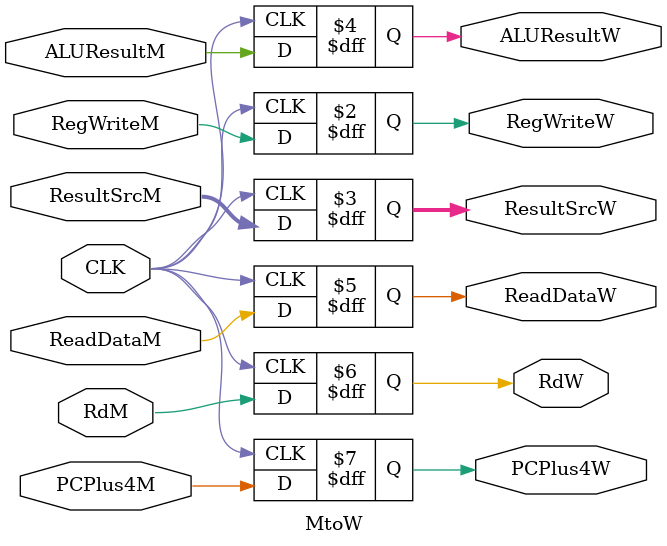
<source format=sv>
`timescale 1ps/1ps

module MtoW(
    input CLK,
    input RegWriteM,
    input [1:0] ResultSrcM,
    input ALUResultM,
    input ReadDataM,
    input RdM,
    input PCPlus4M,

    output logic RegWriteW,
    output logic [1:0] ResultSrcW,
    output logic ALUResultW,
    output logic ReadDataW,
    output logic RdW,
    output logic PCPlus4W 
);

always_ff @ (posedge CLK)
    begin
        RegWriteW <= RegWriteM;
        ResultSrcW <= ResultSrcM;
        ALUResultW <= ALUResultM;
        ReadDataW <= ReadDataM;
        RdW <= RdM;
        PCPlus4W <= PCPlus4M;
    end

endmodule
</source>
